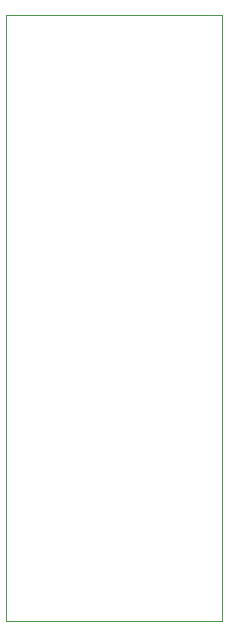
<source format=gbr>
G04 CAM350 V9.5.1 (Build 211) Date:  Tue May 10 22:39:24 2016 *
G04 Database: (Untitled) *
G04 Layer 5: STM32Mini-Edge_ *
%FSLAX45Y45*%
%MOMM*%
%SFA1.000B1.000*%

%MIA0B0*%
%IPPOS*%
%ADD10C,0.10000*%
%LNSTM32Mini-Edge_*%
%LPD*%
G54D10*
X13817600Y-11087100D02*
G01X13830300D01*
X13817600Y-5956300D02*
G01Y-11087100D01*
X15646400Y-5956300D02*
G01X13817600D01*
X15646400Y-11061700D02*
G01Y-5956300D01*
Y-11087100D02*
G01Y-11061700D01*
X13830300Y-11087100D02*
G01X15646400D01*
M02*

</source>
